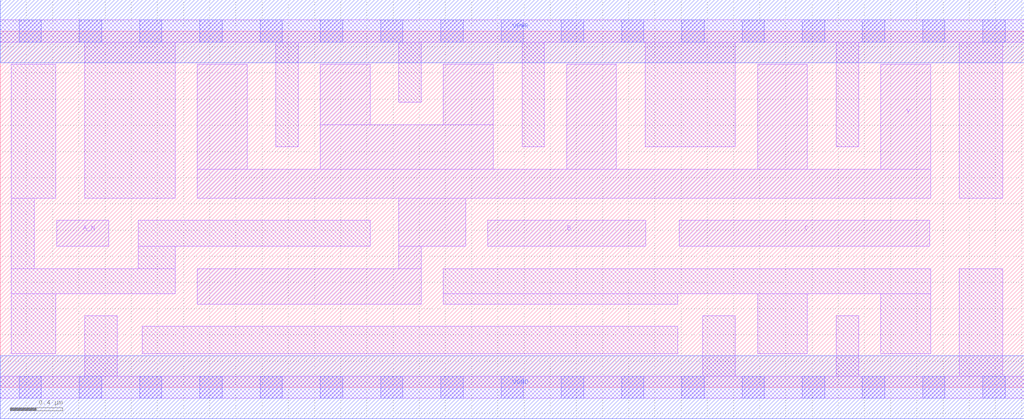
<source format=lef>
# Copyright 2020 The SkyWater PDK Authors
#
# Licensed under the Apache License, Version 2.0 (the "License");
# you may not use this file except in compliance with the License.
# You may obtain a copy of the License at
#
#     https://www.apache.org/licenses/LICENSE-2.0
#
# Unless required by applicable law or agreed to in writing, software
# distributed under the License is distributed on an "AS IS" BASIS,
# WITHOUT WARRANTIES OR CONDITIONS OF ANY KIND, either express or implied.
# See the License for the specific language governing permissions and
# limitations under the License.
#
# SPDX-License-Identifier: Apache-2.0

VERSION 5.7 ;
  NAMESCASESENSITIVE ON ;
  NOWIREEXTENSIONATPIN ON ;
  DIVIDERCHAR "/" ;
  BUSBITCHARS "[]" ;
UNITS
  DATABASE MICRONS 200 ;
END UNITS
PROPERTYDEFINITIONS
  MACRO maskLayoutSubType STRING ;
  MACRO prCellType STRING ;
  MACRO originalViewName STRING ;
END PROPERTYDEFINITIONS
MACRO sky130_fd_sc_hdll__nand3b_4
  CLASS CORE ;
  FOREIGN sky130_fd_sc_hdll__nand3b_4 ;
  ORIGIN  0.000000  0.000000 ;
  SIZE  7.820000 BY  2.720000 ;
  SYMMETRY X Y R90 ;
  SITE unithd ;
  PIN A_N
    ANTENNAGATEAREA  0.277500 ;
    DIRECTION INPUT ;
    USE SIGNAL ;
    PORT
      LAYER li1 ;
        RECT 0.430000 1.075000 0.830000 1.275000 ;
    END
  END A_N
  PIN B
    ANTENNAGATEAREA  1.110000 ;
    DIRECTION INPUT ;
    USE SIGNAL ;
    PORT
      LAYER li1 ;
        RECT 3.725000 1.075000 4.930000 1.275000 ;
    END
  END B
  PIN C
    ANTENNAGATEAREA  1.110000 ;
    DIRECTION INPUT ;
    USE SIGNAL ;
    PORT
      LAYER li1 ;
        RECT 5.185000 1.075000 7.100000 1.275000 ;
    END
  END C
  PIN Y
    ANTENNADIFFAREA  2.156000 ;
    DIRECTION OUTPUT ;
    USE SIGNAL ;
    PORT
      LAYER li1 ;
        RECT 1.505000 0.635000 3.215000 0.905000 ;
        RECT 1.505000 1.445000 7.105000 1.665000 ;
        RECT 1.505000 1.665000 1.885000 2.465000 ;
        RECT 2.445000 1.665000 3.765000 2.005000 ;
        RECT 2.445000 2.005000 2.825000 2.465000 ;
        RECT 3.045000 0.905000 3.215000 1.075000 ;
        RECT 3.045000 1.075000 3.555000 1.445000 ;
        RECT 3.385000 2.005000 3.765000 2.465000 ;
        RECT 4.325000 1.665000 4.705000 2.465000 ;
        RECT 5.785000 1.665000 6.165000 2.465000 ;
        RECT 6.725000 1.665000 7.105000 2.465000 ;
    END
  END Y
  PIN VGND
    DIRECTION INOUT ;
    USE GROUND ;
    PORT
      LAYER met1 ;
        RECT 0.000000 -0.240000 7.820000 0.240000 ;
    END
  END VGND
  PIN VPWR
    DIRECTION INOUT ;
    USE POWER ;
    PORT
      LAYER met1 ;
        RECT 0.000000 2.480000 7.820000 2.960000 ;
    END
  END VPWR
  OBS
    LAYER li1 ;
      RECT 0.000000 -0.085000 7.820000 0.085000 ;
      RECT 0.000000  2.635000 7.820000 2.805000 ;
      RECT 0.085000  0.255000 0.425000 0.715000 ;
      RECT 0.085000  0.715000 1.335000 0.905000 ;
      RECT 0.085000  0.905000 0.260000 1.445000 ;
      RECT 0.085000  1.445000 0.425000 2.465000 ;
      RECT 0.645000  0.085000 0.895000 0.545000 ;
      RECT 0.645000  1.445000 1.335000 2.635000 ;
      RECT 1.055000  0.905000 1.335000 1.075000 ;
      RECT 1.055000  1.075000 2.825000 1.275000 ;
      RECT 1.085000  0.255000 5.175000 0.465000 ;
      RECT 2.105000  1.835000 2.275000 2.635000 ;
      RECT 3.045000  2.175000 3.215000 2.635000 ;
      RECT 3.385000  0.635000 5.175000 0.715000 ;
      RECT 3.385000  0.715000 7.105000 0.905000 ;
      RECT 3.985000  1.835000 4.155000 2.635000 ;
      RECT 4.925000  1.835000 5.615000 2.635000 ;
      RECT 5.365000  0.085000 5.615000 0.545000 ;
      RECT 5.785000  0.255000 6.165000 0.715000 ;
      RECT 6.385000  0.085000 6.555000 0.545000 ;
      RECT 6.385000  1.835000 6.555000 2.635000 ;
      RECT 6.725000  0.255000 7.105000 0.715000 ;
      RECT 7.325000  0.085000 7.655000 0.905000 ;
      RECT 7.325000  1.445000 7.655000 2.635000 ;
    LAYER mcon ;
      RECT 0.145000 -0.085000 0.315000 0.085000 ;
      RECT 0.145000  2.635000 0.315000 2.805000 ;
      RECT 0.605000 -0.085000 0.775000 0.085000 ;
      RECT 0.605000  2.635000 0.775000 2.805000 ;
      RECT 1.065000 -0.085000 1.235000 0.085000 ;
      RECT 1.065000  2.635000 1.235000 2.805000 ;
      RECT 1.525000 -0.085000 1.695000 0.085000 ;
      RECT 1.525000  2.635000 1.695000 2.805000 ;
      RECT 1.985000 -0.085000 2.155000 0.085000 ;
      RECT 1.985000  2.635000 2.155000 2.805000 ;
      RECT 2.445000 -0.085000 2.615000 0.085000 ;
      RECT 2.445000  2.635000 2.615000 2.805000 ;
      RECT 2.905000 -0.085000 3.075000 0.085000 ;
      RECT 2.905000  2.635000 3.075000 2.805000 ;
      RECT 3.365000 -0.085000 3.535000 0.085000 ;
      RECT 3.365000  2.635000 3.535000 2.805000 ;
      RECT 3.825000 -0.085000 3.995000 0.085000 ;
      RECT 3.825000  2.635000 3.995000 2.805000 ;
      RECT 4.285000 -0.085000 4.455000 0.085000 ;
      RECT 4.285000  2.635000 4.455000 2.805000 ;
      RECT 4.745000 -0.085000 4.915000 0.085000 ;
      RECT 4.745000  2.635000 4.915000 2.805000 ;
      RECT 5.205000 -0.085000 5.375000 0.085000 ;
      RECT 5.205000  2.635000 5.375000 2.805000 ;
      RECT 5.665000 -0.085000 5.835000 0.085000 ;
      RECT 5.665000  2.635000 5.835000 2.805000 ;
      RECT 6.125000 -0.085000 6.295000 0.085000 ;
      RECT 6.125000  2.635000 6.295000 2.805000 ;
      RECT 6.585000 -0.085000 6.755000 0.085000 ;
      RECT 6.585000  2.635000 6.755000 2.805000 ;
      RECT 7.045000 -0.085000 7.215000 0.085000 ;
      RECT 7.045000  2.635000 7.215000 2.805000 ;
      RECT 7.505000 -0.085000 7.675000 0.085000 ;
      RECT 7.505000  2.635000 7.675000 2.805000 ;
  END
  PROPERTY maskLayoutSubType "abstract" ;
  PROPERTY prCellType "standard" ;
  PROPERTY originalViewName "layout" ;
END sky130_fd_sc_hdll__nand3b_4

</source>
